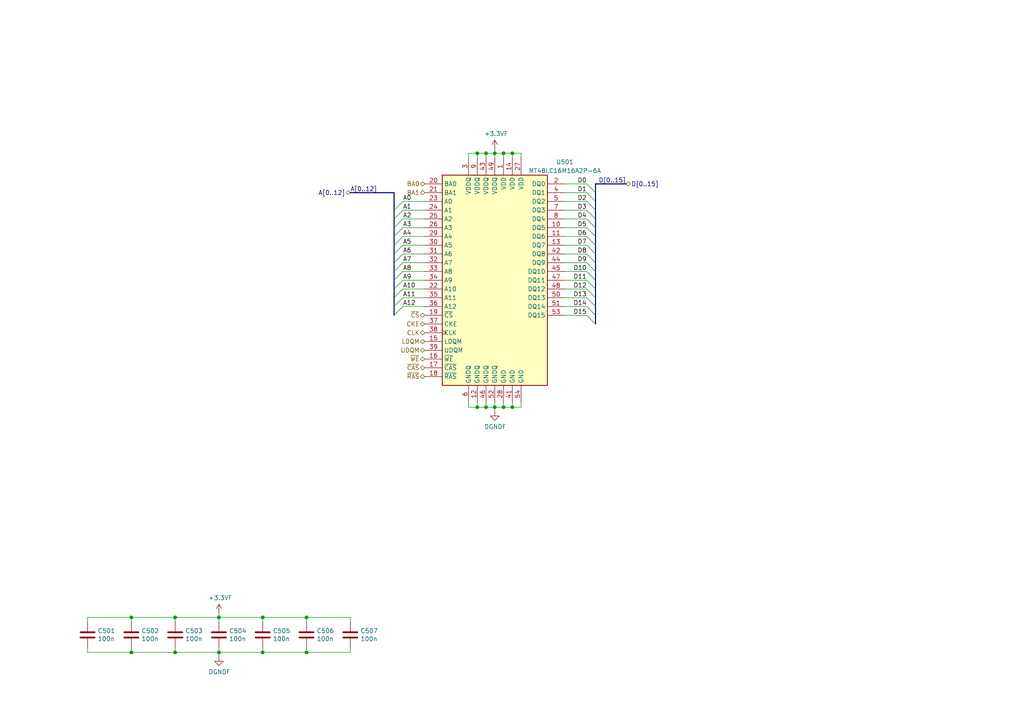
<source format=kicad_sch>
(kicad_sch (version 20230121) (generator eeschema)
  (paper "A4")
  (title_block (title "SDRAM") (date "2020-03-07") (rev "1.00"))
  (lib_symbols
    (symbol "Device:C" (pin_numbers hide) (pin_names (offset 0.254))
      (property "Reference" "C" (at 0.635 2.54 0))
      (property "Value" "C" (at 0.635 -2.54 0))
      (symbol "C_0_1"
        (polyline (pts (xy -2.032 -0.762) (xy 2.032 -0.762)) (stroke (width 0.508)))
        (polyline (pts (xy -2.032 0.762) (xy 2.032 0.762)) (stroke (width 0.508)))
      )
      (symbol "C_1_1"
        (pin passive line (at 0 3.81 270) (length 2.794) (name "~") (number "1"))
        (pin passive line (at 0 -3.81 90) (length 2.794) (name "~") (number "2"))
      )
    )
    (symbol "ETH1CDMM2:+3.3VF" (power) (pin_names (offset 0))
      (property "Value" "+3.3VF" (at 0 3.556 0))
      (symbol "+3.3VF_0_1"
        (polyline (pts (xy -0.762 1.27) (xy 0 2.54)))
        (polyline (pts (xy 0 0) (xy 0 2.54)))
        (polyline (pts (xy 0 2.54) (xy 0.762 1.27)))
      )
      (symbol "+3.3VF_1_1"
        (pin power_in line (at 0 0 90) (length 0) hide (name "+3.3VF") (number "1"))
      )
    )
    (symbol "ETH1CDMM2:DGNDF" (power) (pin_names (offset 0))
      (property "Value" "DGNDF" (at 0 -3.81 0))
      (symbol "DGNDF_0_1"
        (polyline (pts (xy 0 0) (xy 0 -1.27) (xy 1.27 -1.27) (xy 0 -2.54) (xy -1.27 -1.27) (xy 0 -1.27)))
      )
      (symbol "DGNDF_1_1"
        (pin power_in line (at 0 0 270) (length 0) hide (name "DGNDF") (number "1"))
      )
    )
    (symbol "ETH1CDMM2:MT48LC16M16A2P-6A"
      (property "Reference" "U" (at 17.78 34.29 0))
      (property "Value" "MT48LC16M16A2P-6A" (at 19.05 31.75 0))
      (symbol "MT48LC16M16A2P-6A_1_1"
        (rectangle (start -15.24 30.48) (end 15.24 -30.48) (stroke (width 0.254)) (fill (type background)))
        (pin power_in line (at 2.54 35.56 270) (length 5.08) (name "VDD") (number "1"))
        (pin bidirectional line (at 20.32 15.24 180) (length 5.08) (name "DQ5") (number "10"))
        (pin bidirectional line (at 20.32 12.7 180) (length 5.08) (name "DQ6") (number "11"))
        (pin power_in line (at -5.08 -35.56 90) (length 5.08) (name "GNDQ") (number "12"))
        (pin bidirectional line (at 20.32 10.16 180) (length 5.08) (name "DQ7") (number "13"))
        (pin power_in line (at 5.08 35.56 270) (length 5.08) (name "VDD") (number "14"))
        (pin input line (at -20.32 -17.78 0) (length 5.08) (name "LDQM") (number "15"))
        (pin input line (at -20.32 -22.86 0) (length 5.08) (name "~{WE}") (number "16"))
        (pin input line (at -20.32 -25.4 0) (length 5.08) (name "~{CAS}") (number "17"))
        (pin input line (at -20.32 -27.94 0) (length 5.08) (name "~{RAS}") (number "18"))
        (pin input line (at -20.32 -10.16 0) (length 5.08) (name "~{CS}") (number "19"))
        (pin bidirectional line (at 20.32 27.94 180) (length 5.08) (name "DQ0") (number "2"))
        (pin input line (at -20.32 27.94 0) (length 5.08) (name "BA0") (number "20"))
        (pin input line (at -20.32 25.4 0) (length 5.08) (name "BA1") (number "21"))
        (pin input line (at -20.32 -2.54 0) (length 5.08) (name "A10") (number "22"))
        (pin input line (at -20.32 22.86 0) (length 5.08) (name "A0") (number "23"))
        (pin input line (at -20.32 20.32 0) (length 5.08) (name "A1") (number "24"))
        (pin input line (at -20.32 17.78 0) (length 5.08) (name "A2") (number "25"))
        (pin input line (at -20.32 15.24 0) (length 5.08) (name "A3") (number "26"))
        (pin power_in line (at 7.62 35.56 270) (length 5.08) (name "VDD") (number "27"))
        (pin power_in line (at 2.54 -35.56 90) (length 5.08) (name "GND") (number "28"))
        (pin input line (at -20.32 12.7 0) (length 5.08) (name "A4") (number "29"))
        (pin power_in line (at -7.62 35.56 270) (length 5.08) (name "VDDQ") (number "3"))
        (pin input line (at -20.32 10.16 0) (length 5.08) (name "A5") (number "30"))
        (pin input line (at -20.32 7.62 0) (length 5.08) (name "A6") (number "31"))
        (pin input line (at -20.32 5.08 0) (length 5.08) (name "A7") (number "32"))
        (pin input line (at -20.32 2.54 0) (length 5.08) (name "A8") (number "33"))
        (pin input line (at -20.32 0 0) (length 5.08) (name "A9") (number "34"))
        (pin input line (at -20.32 -5.08 0) (length 5.08) (name "A11") (number "35"))
        (pin input line (at -20.32 -7.62 0) (length 5.08) (name "A12") (number "36"))
        (pin input line (at -20.32 -12.7 0) (length 5.08) (name "CKE") (number "37"))
        (pin input clock (at -20.32 -15.24 0) (length 5.08) (name "CLK") (number "38"))
        (pin input line (at -20.32 -20.32 0) (length 5.08) (name "UDQM") (number "39"))
        (pin bidirectional line (at 20.32 25.4 180) (length 5.08) (name "DQ1") (number "4"))
        (pin no_connect line (at 15.24 -20.32 180) (length 5.08) hide (name "NC") (number "40"))
        (pin power_in line (at 5.08 -35.56 90) (length 5.08) (name "GND") (number "41"))
        (pin bidirectional line (at 20.32 7.62 180) (length 5.08) (name "DQ8") (number "42"))
        (pin power_in line (at -2.54 35.56 270) (length 5.08) (name "VDDQ") (number "43"))
        (pin bidirectional line (at 20.32 5.08 180) (length 5.08) (name "DQ9") (number "44"))
        (pin bidirectional line (at 20.32 2.54 180) (length 5.08) (name "DQ10") (number "45"))
        (pin power_in line (at -2.54 -35.56 90) (length 5.08) (name "GNDQ") (number "46"))
        (pin bidirectional line (at 20.32 0 180) (length 5.08) (name "DQ11") (number "47"))
        (pin bidirectional line (at 20.32 -2.54 180) (length 5.08) (name "DQ12") (number "48"))
        (pin power_in line (at 0 35.56 270) (length 5.08) (name "VDDQ") (number "49"))
        (pin bidirectional line (at 20.32 22.86 180) (length 5.08) (name "DQ2") (number "5"))
        (pin bidirectional line (at 20.32 -5.08 180) (length 5.08) (name "DQ13") (number "50"))
        (pin bidirectional line (at 20.32 -7.62 180) (length 5.08) (name "DQ14") (number "51"))
        (pin power_in line (at 0 -35.56 90) (length 5.08) (name "GNDQ") (number "52"))
        (pin bidirectional line (at 20.32 -10.16 180) (length 5.08) (name "DQ15") (number "53"))
        (pin power_in line (at 7.62 -35.56 90) (length 5.08) (name "GND") (number "54"))
        (pin power_in line (at -7.62 -35.56 90) (length 5.08) (name "GNDQ") (number "6"))
        (pin bidirectional line (at 20.32 20.32 180) (length 5.08) (name "DQ3") (number "7"))
        (pin bidirectional line (at 20.32 17.78 180) (length 5.08) (name "DQ4") (number "8"))
        (pin power_in line (at -5.08 35.56 270) (length 5.08) (name "VDDQ") (number "9"))
      )
    )
  )
  (junction (at 38.1 179.07))
  (junction (at 148.59 118.11))
  (junction (at 138.43 118.11))
  (junction (at 148.59 44.45))
  (junction (at 88.9 189.23))
  (junction (at 76.2 179.07))
  (junction (at 63.5 189.23))
  (junction (at 63.5 179.07))
  (junction (at 38.1 189.23))
  (junction (at 138.43 44.45))
  (junction (at 146.05 44.45))
  (junction (at 143.51 118.11))
  (junction (at 140.97 118.11))
  (junction (at 143.51 44.45))
  (junction (at 140.97 44.45))
  (junction (at 76.2 189.23))
  (junction (at 50.8 179.07))
  (junction (at 50.8 189.23))
  (junction (at 146.05 118.11))
  (junction (at 88.9 179.07))
  (bus_entry (at 170.18 78.74) (size 2.54 2.54))
  (bus_entry (at 170.18 73.66) (size 2.54 2.54))
  (bus_entry (at 170.18 58.42) (size 2.54 2.54))
  (bus_entry (at 170.18 83.82) (size 2.54 2.54))
  (bus_entry (at 116.84 88.9) (size -2.54 2.54))
  (bus_entry (at 170.18 86.36) (size 2.54 2.54))
  (bus_entry (at 116.84 58.42) (size -2.54 2.54))
  (bus_entry (at 116.84 66.04) (size -2.54 2.54))
  (bus_entry (at 170.18 68.58) (size 2.54 2.54))
  (bus_entry (at 116.84 71.12) (size -2.54 2.54))
  (bus_entry (at 116.84 63.5) (size -2.54 2.54))
  (bus_entry (at 170.18 76.2) (size 2.54 2.54))
  (bus_entry (at 170.18 66.04) (size 2.54 2.54))
  (bus_entry (at 170.18 71.12) (size 2.54 2.54))
  (bus_entry (at 116.84 76.2) (size -2.54 2.54))
  (bus_entry (at 116.84 78.74) (size -2.54 2.54))
  (bus_entry (at 116.84 86.36) (size -2.54 2.54))
  (bus_entry (at 170.18 88.9) (size 2.54 2.54))
  (bus_entry (at 170.18 60.96) (size 2.54 2.54))
  (bus_entry (at 170.18 63.5) (size 2.54 2.54))
  (bus_entry (at 170.18 91.44) (size 2.54 2.54))
  (bus_entry (at 116.84 60.96) (size -2.54 2.54))
  (bus_entry (at 170.18 55.88) (size 2.54 2.54))
  (bus_entry (at 116.84 83.82) (size -2.54 2.54))
  (bus_entry (at 116.84 68.58) (size -2.54 2.54))
  (bus_entry (at 170.18 53.34) (size 2.54 2.54))
  (bus_entry (at 116.84 73.66) (size -2.54 2.54))
  (bus_entry (at 170.18 81.28) (size 2.54 2.54))
  (bus_entry (at 116.84 81.28) (size -2.54 2.54))
  (wire (pts (xy 101.6 189.23) (xy 101.6 187.96)))
  (wire (pts (xy 101.6 179.07) (xy 101.6 180.34)))
  (wire (pts (xy 143.51 43.18) (xy 143.51 44.45)))
  (bus (pts (xy 114.3 63.5) (xy 114.3 66.04)))
  (wire (pts (xy 140.97 45.72) (xy 140.97 44.45)))
  (wire (pts (xy 38.1 187.96) (xy 38.1 189.23)))
  (wire (pts (xy 140.97 44.45) (xy 143.51 44.45)))
  (wire (pts (xy 123.19 60.96) (xy 116.84 60.96)))
  (wire (pts (xy 50.8 187.96) (xy 50.8 189.23)))
  (wire (pts (xy 123.19 63.5) (xy 116.84 63.5)))
  (wire (pts (xy 146.05 118.11) (xy 148.59 118.11)))
  (bus (pts (xy 114.3 76.2) (xy 114.3 78.74)))
  (wire (pts (xy 25.4 187.96) (xy 25.4 189.23)))
  (wire (pts (xy 88.9 189.23) (xy 101.6 189.23)))
  (wire (pts (xy 76.2 189.23) (xy 88.9 189.23)))
  (wire (pts (xy 123.19 58.42) (xy 116.84 58.42)))
  (wire (pts (xy 163.83 68.58) (xy 170.18 68.58)))
  (wire (pts (xy 148.59 118.11) (xy 151.13 118.11)))
  (wire (pts (xy 123.19 68.58) (xy 116.84 68.58)))
  (bus (pts (xy 172.72 53.34) (xy 172.72 55.88)))
  (wire (pts (xy 63.5 177.8) (xy 63.5 179.07)))
  (wire (pts (xy 163.83 53.34) (xy 170.18 53.34)))
  (bus (pts (xy 114.3 66.04) (xy 114.3 68.58)))
  (wire (pts (xy 163.83 58.42) (xy 170.18 58.42)))
  (bus (pts (xy 172.72 68.58) (xy 172.72 71.12)))
  (bus (pts (xy 114.3 71.12) (xy 114.3 73.66)))
  (wire (pts (xy 143.51 45.72) (xy 143.51 44.45)))
  (wire (pts (xy 50.8 189.23) (xy 63.5 189.23)))
  (wire (pts (xy 123.19 73.66) (xy 116.84 73.66)))
  (wire (pts (xy 88.9 187.96) (xy 88.9 189.23)))
  (wire (pts (xy 148.59 116.84) (xy 148.59 118.11)))
  (wire (pts (xy 38.1 179.07) (xy 50.8 179.07)))
  (wire (pts (xy 50.8 180.34) (xy 50.8 179.07)))
  (wire (pts (xy 148.59 45.72) (xy 148.59 44.45)))
  (wire (pts (xy 76.2 187.96) (xy 76.2 189.23)))
  (wire (pts (xy 25.4 179.07) (xy 38.1 179.07)))
  (wire (pts (xy 135.89 44.45) (xy 138.43 44.45)))
  (bus (pts (xy 172.72 60.96) (xy 172.72 63.5)))
  (wire (pts (xy 135.89 116.84) (xy 135.89 118.11)))
  (wire (pts (xy 63.5 180.34) (xy 63.5 179.07)))
  (wire (pts (xy 123.19 86.36) (xy 116.84 86.36)))
  (wire (pts (xy 143.51 118.11) (xy 146.05 118.11)))
  (wire (pts (xy 25.4 189.23) (xy 38.1 189.23)))
  (wire (pts (xy 163.83 83.82) (xy 170.18 83.82)))
  (wire (pts (xy 146.05 116.84) (xy 146.05 118.11)))
  (wire (pts (xy 123.19 78.74) (xy 116.84 78.74)))
  (wire (pts (xy 143.51 44.45) (xy 146.05 44.45)))
  (wire (pts (xy 76.2 179.07) (xy 88.9 179.07)))
  (bus (pts (xy 172.72 73.66) (xy 172.72 76.2)))
  (wire (pts (xy 163.83 86.36) (xy 170.18 86.36)))
  (wire (pts (xy 138.43 45.72) (xy 138.43 44.45)))
  (bus (pts (xy 114.3 86.36) (xy 114.3 88.9)))
  (bus (pts (xy 114.3 88.9) (xy 114.3 91.44)))
  (wire (pts (xy 38.1 180.34) (xy 38.1 179.07)))
  (wire (pts (xy 163.83 66.04) (xy 170.18 66.04)))
  (bus (pts (xy 172.72 71.12) (xy 172.72 73.66)))
  (wire (pts (xy 38.1 189.23) (xy 50.8 189.23)))
  (bus (pts (xy 114.3 81.28) (xy 114.3 83.82)))
  (wire (pts (xy 123.19 71.12) (xy 116.84 71.12)))
  (wire (pts (xy 163.83 63.5) (xy 170.18 63.5)))
  (wire (pts (xy 138.43 44.45) (xy 140.97 44.45)))
  (wire (pts (xy 151.13 118.11) (xy 151.13 116.84)))
  (wire (pts (xy 148.59 44.45) (xy 151.13 44.45)))
  (wire (pts (xy 63.5 179.07) (xy 76.2 179.07)))
  (bus (pts (xy 172.72 83.82) (xy 172.72 86.36)))
  (wire (pts (xy 143.51 119.38) (xy 143.51 118.11)))
  (wire (pts (xy 135.89 45.72) (xy 135.89 44.45)))
  (wire (pts (xy 163.83 60.96) (xy 170.18 60.96)))
  (bus (pts (xy 114.3 60.96) (xy 114.3 63.5)))
  (wire (pts (xy 146.05 44.45) (xy 148.59 44.45)))
  (bus (pts (xy 172.72 55.88) (xy 172.72 58.42)))
  (bus (pts (xy 172.72 63.5) (xy 172.72 66.04)))
  (wire (pts (xy 140.97 116.84) (xy 140.97 118.11)))
  (bus (pts (xy 114.3 73.66) (xy 114.3 76.2)))
  (bus (pts (xy 172.72 66.04) (xy 172.72 68.58)))
  (wire (pts (xy 140.97 118.11) (xy 143.51 118.11)))
  (wire (pts (xy 63.5 189.23) (xy 76.2 189.23)))
  (wire (pts (xy 151.13 44.45) (xy 151.13 45.72)))
  (wire (pts (xy 163.83 71.12) (xy 170.18 71.12)))
  (wire (pts (xy 123.19 88.9) (xy 116.84 88.9)))
  (wire (pts (xy 63.5 187.96) (xy 63.5 189.23)))
  (wire (pts (xy 163.83 76.2) (xy 170.18 76.2)))
  (bus (pts (xy 172.72 81.28) (xy 172.72 83.82)))
  (wire (pts (xy 63.5 190.5) (xy 63.5 189.23)))
  (bus (pts (xy 172.72 53.34) (xy 181.61 53.34)))
  (bus (pts (xy 172.72 78.74) (xy 172.72 81.28)))
  (bus (pts (xy 114.3 68.58) (xy 114.3 71.12)))
  (wire (pts (xy 123.19 66.04) (xy 116.84 66.04)))
  (bus (pts (xy 172.72 58.42) (xy 172.72 60.96)))
  (wire (pts (xy 123.19 81.28) (xy 116.84 81.28)))
  (bus (pts (xy 172.72 86.36) (xy 172.72 88.9)))
  (wire (pts (xy 163.83 55.88) (xy 170.18 55.88)))
  (wire (pts (xy 50.8 179.07) (xy 63.5 179.07)))
  (wire (pts (xy 135.89 118.11) (xy 138.43 118.11)))
  (wire (pts (xy 138.43 116.84) (xy 138.43 118.11)))
  (wire (pts (xy 163.83 81.28) (xy 170.18 81.28)))
  (wire (pts (xy 123.19 76.2) (xy 116.84 76.2)))
  (bus (pts (xy 114.3 55.88) (xy 114.3 60.96)))
  (bus (pts (xy 172.72 76.2) (xy 172.72 78.74)))
  (bus (pts (xy 114.3 55.88) (xy 101.6 55.88)))
  (wire (pts (xy 143.51 116.84) (xy 143.51 118.11)))
  (wire (pts (xy 163.83 91.44) (xy 170.18 91.44)))
  (bus (pts (xy 114.3 83.82) (xy 114.3 86.36)))
  (wire (pts (xy 25.4 180.34) (xy 25.4 179.07)))
  (bus (pts (xy 114.3 78.74) (xy 114.3 81.28)))
  (wire (pts (xy 163.83 88.9) (xy 170.18 88.9)))
  (wire (pts (xy 88.9 179.07) (xy 101.6 179.07)))
  (wire (pts (xy 163.83 78.74) (xy 170.18 78.74)))
  (wire (pts (xy 163.83 73.66) (xy 170.18 73.66)))
  (wire (pts (xy 123.19 83.82) (xy 116.84 83.82)))
  (wire (pts (xy 146.05 45.72) (xy 146.05 44.45)))
  (wire (pts (xy 76.2 180.34) (xy 76.2 179.07)))
  (wire (pts (xy 88.9 180.34) (xy 88.9 179.07)))
  (bus (pts (xy 172.72 88.9) (xy 172.72 91.44)))
  (bus (pts (xy 172.72 91.44) (xy 172.72 93.98)))
  (wire (pts (xy 138.43 118.11) (xy 140.97 118.11)))
  (label "A7" (at 116.84 76.2 0))
  (label "D4" (at 170.18 63.5 180))
  (label "A4" (at 116.84 68.58 0))
  (label "D13" (at 170.18 86.36 180))
  (label "D5" (at 170.18 66.04 180))
  (label "D3" (at 170.18 60.96 180))
  (label "A8" (at 116.84 78.74 0))
  (label "D0" (at 170.18 53.34 180))
  (label "A2" (at 116.84 63.5 0))
  (label "A6" (at 116.84 73.66 0))
  (label "A11" (at 116.84 86.36 0))
  (label "D15" (at 170.18 91.44 180))
  (label "A[0..12]" (at 101.6 55.88 0))
  (label "D9" (at 170.18 76.2 180))
  (label "A5" (at 116.84 71.12 0))
  (label "A1" (at 116.84 60.96 0))
  (label "D[0..15]" (at 181.61 53.34 180))
  (label "A3" (at 116.84 66.04 0))
  (label "D14" (at 170.18 88.9 180))
  (label "D7" (at 170.18 71.12 180))
  (label "D2" (at 170.18 58.42 180))
  (label "A9" (at 116.84 81.28 0))
  (label "D1" (at 170.18 55.88 180))
  (label "A10" (at 116.84 83.82 0))
  (label "D11" (at 170.18 81.28 180))
  (label "D8" (at 170.18 73.66 180))
  (label "D10" (at 170.18 78.74 180))
  (label "D12" (at 170.18 83.82 180))
  (label "D6" (at 170.18 68.58 180))
  (label "A12" (at 116.84 88.9 0))
  (label "A0" (at 116.84 58.42 0))
  (hierarchical_label "~{WE}" (shape bidirectional) (at 123.19 104.14 180))
  (hierarchical_label "BA0" (shape bidirectional) (at 123.19 53.34 180))
  (hierarchical_label "LDQM" (shape bidirectional) (at 123.19 99.06 180))
  (hierarchical_label "UDQM" (shape bidirectional) (at 123.19 101.6 180))
  (hierarchical_label "~{CS}" (shape bidirectional) (at 123.19 91.44 180))
  (hierarchical_label "CKE" (shape bidirectional) (at 123.19 93.98 180))
  (hierarchical_label "~{RAS}" (shape bidirectional) (at 123.19 109.22 180))
  (hierarchical_label "~{CAS}" (shape bidirectional) (at 123.19 106.68 180))
  (hierarchical_label "CLK" (shape bidirectional) (at 123.19 96.52 180))
  (hierarchical_label "D[0..15]" (shape bidirectional) (at 181.61 53.34 0))
  (hierarchical_label "BA1" (shape bidirectional) (at 123.19 55.88 180))
  (hierarchical_label "A[0..12]" (shape bidirectional) (at 101.6 55.88 180))
  (symbol (lib_id "ETH1CDMM2:DGNDF") (at 143.51 119.38 0) (unit 1)
    (property "Reference" "#PWR0504" (effects hide))
    (property "Value" "DGNDF" (at 143.637 123.7742 0))
  )
  (symbol (lib_id "ETH1CDMM2:+3.3VF") (at 143.51 43.18 0) (unit 1)
    (property "Reference" "#PWR0503" (effects hide))
    (property "Value" "+3.3VF" (at 143.891 38.7858 0))
  )
  (symbol (lib_id "Device:C") (at 25.4 184.15 0) (unit 1)
    (property "Reference" "C501" (at 28.321 182.9816 0) (effects (justify left)))
    (property "Value" "100n" (at 28.321 185.293 0) (effects (justify left)))
    (property "Footprint" "Capacitor_SMD:C_0603_1608Metric_Pad1.08x0.95mm_HandSolder" (effects hide))
  )
  (symbol (lib_id "Device:C") (at 38.1 184.15 0) (unit 1)
    (property "Reference" "C502" (at 41.021 182.9816 0) (effects (justify left)))
    (property "Value" "100n" (at 41.021 185.293 0) (effects (justify left)))
    (property "Footprint" "Capacitor_SMD:C_0603_1608Metric_Pad1.08x0.95mm_HandSolder" (effects hide))
  )
  (symbol (lib_id "Device:C") (at 50.8 184.15 0) (unit 1)
    (property "Reference" "C503" (at 53.721 182.9816 0) (effects (justify left)))
    (property "Value" "100n" (at 53.721 185.293 0) (effects (justify left)))
    (property "Footprint" "Capacitor_SMD:C_0603_1608Metric_Pad1.08x0.95mm_HandSolder" (effects hide))
  )
  (symbol (lib_id "Device:C") (at 63.5 184.15 0) (unit 1)
    (property "Reference" "C504" (at 66.421 182.9816 0) (effects (justify left)))
    (property "Value" "100n" (at 66.421 185.293 0) (effects (justify left)))
    (property "Footprint" "Capacitor_SMD:C_0603_1608Metric_Pad1.08x0.95mm_HandSolder" (effects hide))
  )
  (symbol (lib_id "Device:C") (at 76.2 184.15 0) (unit 1)
    (property "Reference" "C505" (at 79.121 182.9816 0) (effects (justify left)))
    (property "Value" "100n" (at 79.121 185.293 0) (effects (justify left)))
    (property "Footprint" "Capacitor_SMD:C_0603_1608Metric_Pad1.08x0.95mm_HandSolder" (effects hide))
  )
  (symbol (lib_id "Device:C") (at 88.9 184.15 0) (unit 1)
    (property "Reference" "C506" (at 91.821 182.9816 0) (effects (justify left)))
    (property "Value" "100n" (at 91.821 185.293 0) (effects (justify left)))
    (property "Footprint" "Capacitor_SMD:C_0603_1608Metric_Pad1.08x0.95mm_HandSolder" (effects hide))
  )
  (symbol (lib_id "Device:C") (at 101.6 184.15 0) (unit 1)
    (property "Reference" "C507" (at 104.521 182.9816 0) (effects (justify left)))
    (property "Value" "100n" (at 104.521 185.293 0) (effects (justify left)))
    (property "Footprint" "Capacitor_SMD:C_0603_1608Metric_Pad1.08x0.95mm_HandSolder" (effects hide))
  )
  (symbol (lib_id "ETH1CDMM2:DGNDF") (at 63.5 190.5 0) (unit 1)
    (property "Reference" "#PWR0502" (effects hide))
    (property "Value" "DGNDF" (at 63.627 194.8942 0))
  )
  (symbol (lib_id "ETH1CDMM2:+3.3VF") (at 63.5 177.8 0) (unit 1)
    (property "Reference" "#PWR0501" (effects hide))
    (property "Value" "+3.3VF" (at 63.881 173.4058 0))
  )
  (symbol (lib_id "ETH1CDMM2:MT48LC16M16A2P-6A") (at 143.51 81.28 0) (unit 1)
    (property "Reference" "U501" (at 163.83 46.99 0))
    (property "Value" "MT48LC16M16A2P-6A" (at 163.83 49.53 0))
    (property "Footprint" "ETH1CDMM2:TSSOP-54" (effects hide))
  )
)
</source>
